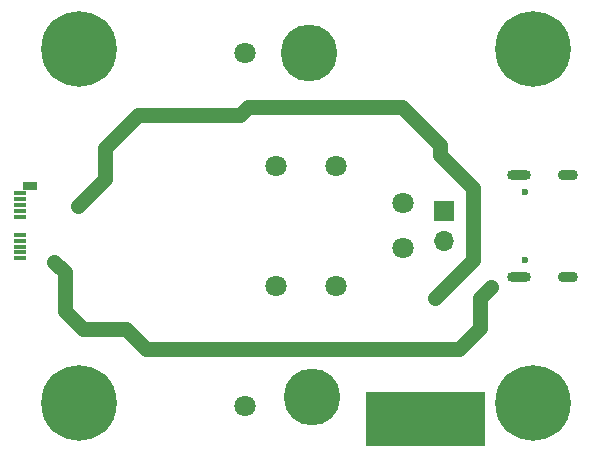
<source format=gbs>
%TF.GenerationSoftware,KiCad,Pcbnew,(6.0.4)*%
%TF.CreationDate,2022-04-23T23:59:39+08:00*%
%TF.ProjectId,USBC_PD_TEST,55534243-5f50-4445-9f54-4553542e6b69,V0.9*%
%TF.SameCoordinates,Original*%
%TF.FileFunction,Soldermask,Bot*%
%TF.FilePolarity,Negative*%
%FSLAX46Y46*%
G04 Gerber Fmt 4.6, Leading zero omitted, Abs format (unit mm)*
G04 Created by KiCad (PCBNEW (6.0.4)) date 2022-04-23 23:59:39*
%MOMM*%
%LPD*%
G01*
G04 APERTURE LIST*
%ADD10C,1.270000*%
%ADD11C,1.800000*%
%ADD12R,1.700000X1.700000*%
%ADD13O,1.700000X1.700000*%
%ADD14C,6.400000*%
%ADD15C,0.800000*%
%ADD16C,0.600000*%
%ADD17O,2.000000X0.900000*%
%ADD18O,1.700000X0.900000*%
%ADD19R,1.000000X0.380000*%
%ADD20R,1.150000X0.700000*%
%ADD21C,4.800000*%
G04 APERTURE END LIST*
D10*
X81567993Y-71247000D02*
X85250993Y-71247000D01*
X111793993Y-55626000D02*
X111793993Y-56515000D01*
X114587993Y-59309000D02*
X114587993Y-65405000D01*
X85250993Y-71247000D02*
X86901993Y-72898000D01*
X80043993Y-66421000D02*
X80043993Y-69723000D01*
X111793993Y-56515000D02*
X114587993Y-59309000D01*
X79155000Y-65532000D02*
X80043993Y-66421000D01*
X83472993Y-55880000D02*
X86266993Y-53086000D01*
X80043993Y-69723000D02*
X81567993Y-71247000D01*
X95537993Y-52451000D02*
X108618993Y-52451000D01*
X114587993Y-65405000D02*
X111412993Y-68580000D01*
X81186993Y-60833000D02*
X83472993Y-58547000D01*
X94902993Y-53086000D02*
X95537993Y-52451000D01*
G36*
X105570986Y-76581000D02*
G01*
X115603986Y-76581000D01*
X115603986Y-81153000D01*
X105570986Y-81153000D01*
X105570986Y-76581000D01*
G37*
X83472993Y-58547000D02*
X83472993Y-55880000D01*
X113444993Y-72898000D02*
X115222993Y-71120000D01*
X86901993Y-72898000D02*
X113444993Y-72898000D01*
X115222993Y-68580000D02*
X116111993Y-67691000D01*
X86266993Y-53086000D02*
X94902993Y-53086000D01*
X108618993Y-52451000D02*
X111793993Y-55626000D01*
X115222993Y-71120000D02*
X115222993Y-68580000D01*
D11*
%TO.C,TP8*%
X97934000Y-67564000D03*
%TD*%
%TO.C,TP2*%
X95284000Y-47879000D03*
%TD*%
D12*
%TO.C,J2*%
X112158000Y-61214000D03*
D13*
X112158000Y-63754000D03*
%TD*%
D14*
%TO.C,H2*%
X119734007Y-47484005D03*
D15*
X119734000Y-45084000D03*
X119734000Y-49884000D03*
X122134000Y-47484000D03*
X121431056Y-49181056D03*
X117334000Y-47484000D03*
X118036944Y-49181056D03*
X118036944Y-45786944D03*
X121431056Y-45786944D03*
%TD*%
D16*
%TO.C,J1*%
X119008999Y-65374000D03*
X119008999Y-59594000D03*
D17*
X118528999Y-58164000D03*
D18*
X122698999Y-66804000D03*
X122698999Y-58164000D03*
D17*
X118528999Y-66804000D03*
%TD*%
D15*
%TO.C,H4*%
X118036944Y-79181056D03*
X119734000Y-79884000D03*
X122134000Y-77484000D03*
X121431056Y-75786944D03*
X117334000Y-77484000D03*
D14*
X119734007Y-77483995D03*
D15*
X118036944Y-75786944D03*
X121431056Y-79181056D03*
X119734000Y-75084000D03*
%TD*%
D19*
%TO.C,P1*%
X76273993Y-59734000D03*
X76273993Y-60234000D03*
X76273993Y-60734000D03*
X76273993Y-61234000D03*
X76273993Y-61734000D03*
X76273993Y-63234000D03*
X76273993Y-63734000D03*
X76273993Y-64234000D03*
X76273993Y-64734000D03*
X76273993Y-65234000D03*
D20*
X77113993Y-59064000D03*
%TD*%
D11*
%TO.C,TP4*%
X97934000Y-57404000D03*
%TD*%
%TO.C,TP3*%
X103014000Y-67564000D03*
%TD*%
%TO.C,TP5*%
X108729000Y-60579000D03*
%TD*%
D15*
%TO.C,H3*%
X81234000Y-75084000D03*
X79536944Y-79181056D03*
D14*
X81234008Y-77483995D03*
D15*
X82931056Y-75786944D03*
X79536944Y-75786944D03*
X82931056Y-79181056D03*
X81234000Y-79884000D03*
X83634000Y-77484000D03*
X78834000Y-77484000D03*
%TD*%
D21*
%TO.C,TP1*%
X100728000Y-47879000D03*
%TD*%
D11*
%TO.C,TP6*%
X108729000Y-64389000D03*
%TD*%
%TO.C,TP10*%
X95284000Y-77724000D03*
%TD*%
D15*
%TO.C,H1*%
X81234000Y-45084000D03*
X82931056Y-45786944D03*
X78834000Y-47484000D03*
X81234000Y-49884000D03*
X82931056Y-49181056D03*
X79536944Y-45786944D03*
D14*
X81234008Y-47484005D03*
D15*
X83634000Y-47484000D03*
X79536944Y-49181056D03*
%TD*%
D21*
%TO.C,TP9*%
X100982000Y-76962000D03*
%TD*%
D11*
%TO.C,TP7*%
X103014000Y-57404000D03*
%TD*%
M02*

</source>
